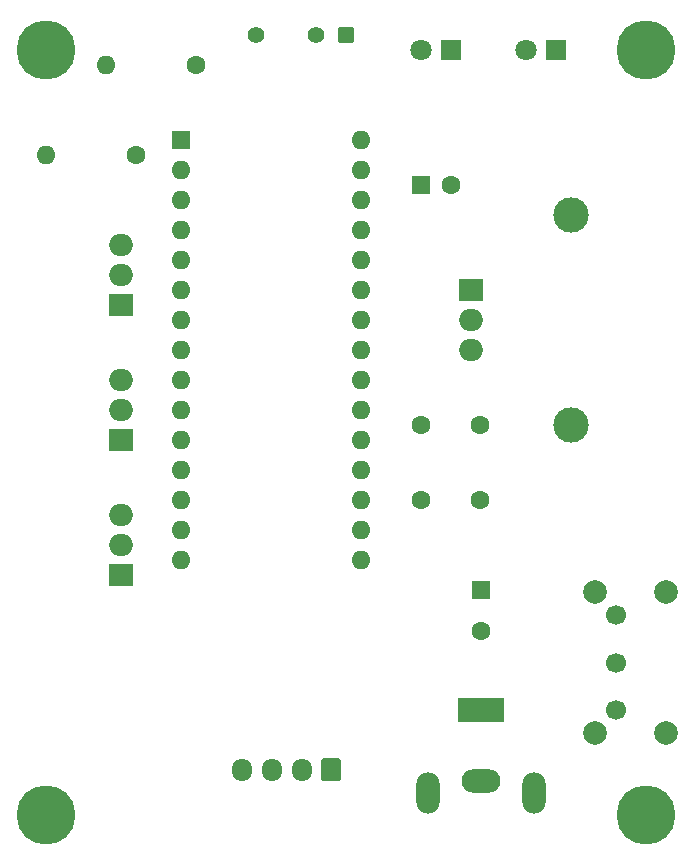
<source format=gbr>
G04 #@! TF.GenerationSoftware,KiCad,Pcbnew,(5.1.5)-3*
G04 #@! TF.CreationDate,2020-02-13T17:55:15+03:00*
G04 #@! TF.ProjectId,TV_led_driver,54565f6c-6564-45f6-9472-697665722e6b,rev?*
G04 #@! TF.SameCoordinates,Original*
G04 #@! TF.FileFunction,Copper,L2,Bot*
G04 #@! TF.FilePolarity,Positive*
%FSLAX46Y46*%
G04 Gerber Fmt 4.6, Leading zero omitted, Abs format (unit mm)*
G04 Created by KiCad (PCBNEW (5.1.5)-3) date 2020-02-13 17:55:15*
%MOMM*%
%LPD*%
G04 APERTURE LIST*
%ADD10C,5.000000*%
%ADD11C,3.000000*%
%ADD12C,1.700000*%
%ADD13C,2.000000*%
%ADD14O,2.000000X1.905000*%
%ADD15R,2.000000X1.905000*%
%ADD16O,1.700000X1.950000*%
%ADD17C,0.100000*%
%ADD18O,2.000000X3.500000*%
%ADD19O,3.300000X2.000000*%
%ADD20R,4.000000X2.000000*%
%ADD21C,1.600000*%
%ADD22R,1.600000X1.600000*%
%ADD23O,1.600000X1.600000*%
%ADD24C,1.800000*%
%ADD25R,1.800000X1.800000*%
%ADD26C,1.400000*%
G04 APERTURE END LIST*
D10*
X113030000Y-118110000D03*
X163830000Y-118110000D03*
X163830000Y-53340000D03*
X113030000Y-53340000D03*
D11*
X157480000Y-67300000D03*
X157480000Y-85100000D03*
D12*
X161290000Y-101220000D03*
X161290000Y-105220000D03*
X161290000Y-109220000D03*
D13*
X165540000Y-111220000D03*
X165540000Y-99220000D03*
X159540000Y-99220000D03*
X159540000Y-111220000D03*
D14*
X149000000Y-78740000D03*
X149000000Y-76200000D03*
D15*
X149000000Y-73660000D03*
D14*
X119380000Y-92710000D03*
X119380000Y-95250000D03*
D15*
X119380000Y-97790000D03*
D14*
X119380000Y-81280000D03*
X119380000Y-83820000D03*
D15*
X119380000Y-86360000D03*
D14*
X119380000Y-69850000D03*
X119380000Y-72390000D03*
D15*
X119380000Y-74930000D03*
D16*
X129660000Y-114300000D03*
X132160000Y-114300000D03*
X134660000Y-114300000D03*
G04 #@! TA.AperFunction,ComponentPad*
D17*
G36*
X137784504Y-113326204D02*
G01*
X137808773Y-113329804D01*
X137832571Y-113335765D01*
X137855671Y-113344030D01*
X137877849Y-113354520D01*
X137898893Y-113367133D01*
X137918598Y-113381747D01*
X137936777Y-113398223D01*
X137953253Y-113416402D01*
X137967867Y-113436107D01*
X137980480Y-113457151D01*
X137990970Y-113479329D01*
X137999235Y-113502429D01*
X138005196Y-113526227D01*
X138008796Y-113550496D01*
X138010000Y-113575000D01*
X138010000Y-115025000D01*
X138008796Y-115049504D01*
X138005196Y-115073773D01*
X137999235Y-115097571D01*
X137990970Y-115120671D01*
X137980480Y-115142849D01*
X137967867Y-115163893D01*
X137953253Y-115183598D01*
X137936777Y-115201777D01*
X137918598Y-115218253D01*
X137898893Y-115232867D01*
X137877849Y-115245480D01*
X137855671Y-115255970D01*
X137832571Y-115264235D01*
X137808773Y-115270196D01*
X137784504Y-115273796D01*
X137760000Y-115275000D01*
X136560000Y-115275000D01*
X136535496Y-115273796D01*
X136511227Y-115270196D01*
X136487429Y-115264235D01*
X136464329Y-115255970D01*
X136442151Y-115245480D01*
X136421107Y-115232867D01*
X136401402Y-115218253D01*
X136383223Y-115201777D01*
X136366747Y-115183598D01*
X136352133Y-115163893D01*
X136339520Y-115142849D01*
X136329030Y-115120671D01*
X136320765Y-115097571D01*
X136314804Y-115073773D01*
X136311204Y-115049504D01*
X136310000Y-115025000D01*
X136310000Y-113575000D01*
X136311204Y-113550496D01*
X136314804Y-113526227D01*
X136320765Y-113502429D01*
X136329030Y-113479329D01*
X136339520Y-113457151D01*
X136352133Y-113436107D01*
X136366747Y-113416402D01*
X136383223Y-113398223D01*
X136401402Y-113381747D01*
X136421107Y-113367133D01*
X136442151Y-113354520D01*
X136464329Y-113344030D01*
X136487429Y-113335765D01*
X136511227Y-113329804D01*
X136535496Y-113326204D01*
X136560000Y-113325000D01*
X137760000Y-113325000D01*
X137784504Y-113326204D01*
G37*
G04 #@! TD.AperFunction*
D18*
X154360000Y-116220000D03*
X145360000Y-116220000D03*
D19*
X149860000Y-115220000D03*
D20*
X149860000Y-109220000D03*
D21*
X147280000Y-64770000D03*
D22*
X144780000Y-64770000D03*
D21*
X149780000Y-91440000D03*
X144780000Y-91440000D03*
X149780000Y-85090000D03*
X144780000Y-85090000D03*
X149860000Y-102560000D03*
D22*
X149860000Y-99060000D03*
D23*
X113030000Y-62230000D03*
D21*
X120650000Y-62230000D03*
D23*
X118110000Y-54610000D03*
D21*
X125730000Y-54610000D03*
D24*
X153670000Y-53340000D03*
D25*
X156210000Y-53340000D03*
D24*
X144780000Y-53340000D03*
D25*
X147320000Y-53340000D03*
D26*
X130810000Y-52070000D03*
X135890000Y-52070000D03*
G04 #@! TA.AperFunction,ComponentPad*
D17*
G36*
X138905226Y-51371200D02*
G01*
X138929417Y-51374788D01*
X138953139Y-51380730D01*
X138976165Y-51388969D01*
X138998272Y-51399425D01*
X139019248Y-51411998D01*
X139038891Y-51426566D01*
X139057011Y-51442989D01*
X139073434Y-51461109D01*
X139088002Y-51480752D01*
X139100575Y-51501728D01*
X139111031Y-51523835D01*
X139119270Y-51546861D01*
X139125212Y-51570583D01*
X139128800Y-51594774D01*
X139130000Y-51619200D01*
X139130000Y-52520800D01*
X139128800Y-52545226D01*
X139125212Y-52569417D01*
X139119270Y-52593139D01*
X139111031Y-52616165D01*
X139100575Y-52638272D01*
X139088002Y-52659248D01*
X139073434Y-52678891D01*
X139057011Y-52697011D01*
X139038891Y-52713434D01*
X139019248Y-52728002D01*
X138998272Y-52740575D01*
X138976165Y-52751031D01*
X138953139Y-52759270D01*
X138929417Y-52765212D01*
X138905226Y-52768800D01*
X138880800Y-52770000D01*
X137979200Y-52770000D01*
X137954774Y-52768800D01*
X137930583Y-52765212D01*
X137906861Y-52759270D01*
X137883835Y-52751031D01*
X137861728Y-52740575D01*
X137840752Y-52728002D01*
X137821109Y-52713434D01*
X137802989Y-52697011D01*
X137786566Y-52678891D01*
X137771998Y-52659248D01*
X137759425Y-52638272D01*
X137748969Y-52616165D01*
X137740730Y-52593139D01*
X137734788Y-52569417D01*
X137731200Y-52545226D01*
X137730000Y-52520800D01*
X137730000Y-51619200D01*
X137731200Y-51594774D01*
X137734788Y-51570583D01*
X137740730Y-51546861D01*
X137748969Y-51523835D01*
X137759425Y-51501728D01*
X137771998Y-51480752D01*
X137786566Y-51461109D01*
X137802989Y-51442989D01*
X137821109Y-51426566D01*
X137840752Y-51411998D01*
X137861728Y-51399425D01*
X137883835Y-51388969D01*
X137906861Y-51380730D01*
X137930583Y-51374788D01*
X137954774Y-51371200D01*
X137979200Y-51370000D01*
X138880800Y-51370000D01*
X138905226Y-51371200D01*
G37*
G04 #@! TD.AperFunction*
D22*
X124460000Y-60960000D03*
D23*
X139700000Y-93980000D03*
X124460000Y-63500000D03*
X139700000Y-91440000D03*
X124460000Y-66040000D03*
X139700000Y-88900000D03*
X124460000Y-68580000D03*
X139700000Y-86360000D03*
X124460000Y-71120000D03*
X139700000Y-83820000D03*
X124460000Y-73660000D03*
X139700000Y-81280000D03*
X124460000Y-76200000D03*
X139700000Y-78740000D03*
X124460000Y-78740000D03*
X139700000Y-76200000D03*
X124460000Y-81280000D03*
X139700000Y-73660000D03*
X124460000Y-83820000D03*
X139700000Y-71120000D03*
X124460000Y-86360000D03*
X139700000Y-68580000D03*
X124460000Y-88900000D03*
X139700000Y-66040000D03*
X124460000Y-91440000D03*
X139700000Y-63500000D03*
X124460000Y-93980000D03*
X139700000Y-60960000D03*
X124460000Y-96520000D03*
X139700000Y-96520000D03*
M02*

</source>
